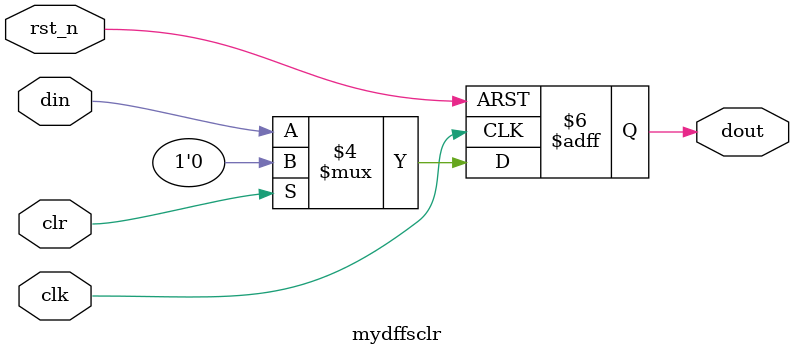
<source format=sv>

module mydff #(
    parameter int         W      = 1,
    parameter int         L      = 0,
    parameter int         H      = W + L - 1,
    parameter logic [H:L] RSTVAL = 0
) (
  input  logic       clk,
  input  logic       rst_n,
  input  logic [H:L] din,
  output logic [H:L] dout
);

  always_ff @(posedge clk or negedge rst_n) begin
    if (!rst_n) dout[H:L] <= RSTVAL;
    else dout[H:L] <= din[H:L];
  end

endmodule

module mydffs #(
    parameter int W = 1,
    parameter int L = 0,
    parameter int H = W + L - 1
) (
  input  logic       clk,
  input  logic [H:L] din,
  output logic [H:L] dout
);

  always_ff @(posedge clk) dout[H:L] <= din[H:L];

endmodule

module mydffena #(
    parameter int W = 1
) (
  input  logic         clk,
  input  logic         rst_n,
  input  logic         en,
  input  logic [W-1:0] din,
  output logic [W-1:0] dout
);

  always_ff @(posedge clk or negedge rst_n) begin
    if (!rst_n) dout[W-1:0] <= 0;
    else if (en) dout[W-1:0] <= din[W-1:0];
    // else dout[W-1:0] <= 0;
  end

endmodule

module mydffsclr #(
    parameter int W = 1
) (
  input  logic         clk,
  input  logic         rst_n,
  input  logic         clr,
  input  logic [W-1:0] din,
  output logic [W-1:0] dout
);

  always_ff @(posedge clk or negedge rst_n) begin
    if (!rst_n) dout[W-1:0] <= 0;
    else if (clr) dout[W-1:0] <= 0;
    else dout[W-1:0] <= din[W-1:0];
    // else dout[W-1:0] <= 0;
  end

endmodule

</source>
